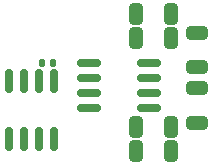
<source format=gbr>
%TF.GenerationSoftware,KiCad,Pcbnew,(6.0.7)*%
%TF.CreationDate,2024-01-02T21:25:37+08:00*%
%TF.ProjectId,stepper-motor-20,73746570-7065-4722-9d6d-6f746f722d32,1*%
%TF.SameCoordinates,PX6979f40PYa1135a0*%
%TF.FileFunction,Paste,Bot*%
%TF.FilePolarity,Positive*%
%FSLAX46Y46*%
G04 Gerber Fmt 4.6, Leading zero omitted, Abs format (unit mm)*
G04 Created by KiCad (PCBNEW (6.0.7)) date 2024-01-02 21:25:37*
%MOMM*%
%LPD*%
G01*
G04 APERTURE LIST*
G04 Aperture macros list*
%AMRoundRect*
0 Rectangle with rounded corners*
0 $1 Rounding radius*
0 $2 $3 $4 $5 $6 $7 $8 $9 X,Y pos of 4 corners*
0 Add a 4 corners polygon primitive as box body*
4,1,4,$2,$3,$4,$5,$6,$7,$8,$9,$2,$3,0*
0 Add four circle primitives for the rounded corners*
1,1,$1+$1,$2,$3*
1,1,$1+$1,$4,$5*
1,1,$1+$1,$6,$7*
1,1,$1+$1,$8,$9*
0 Add four rect primitives between the rounded corners*
20,1,$1+$1,$2,$3,$4,$5,0*
20,1,$1+$1,$4,$5,$6,$7,0*
20,1,$1+$1,$6,$7,$8,$9,0*
20,1,$1+$1,$8,$9,$2,$3,0*%
G04 Aperture macros list end*
%ADD10RoundRect,0.250000X-0.325000X-0.650000X0.325000X-0.650000X0.325000X0.650000X-0.325000X0.650000X0*%
%ADD11RoundRect,0.250000X-0.650000X0.325000X-0.650000X-0.325000X0.650000X-0.325000X0.650000X0.325000X0*%
%ADD12RoundRect,0.250000X0.650000X-0.325000X0.650000X0.325000X-0.650000X0.325000X-0.650000X-0.325000X0*%
%ADD13RoundRect,0.162500X-0.825000X-0.162500X0.825000X-0.162500X0.825000X0.162500X-0.825000X0.162500X0*%
%ADD14RoundRect,0.150000X0.150000X-0.825000X0.150000X0.825000X-0.150000X0.825000X-0.150000X-0.825000X0*%
%ADD15RoundRect,0.140000X0.140000X0.170000X-0.140000X0.170000X-0.140000X-0.170000X0.140000X-0.170000X0*%
G04 APERTURE END LIST*
D10*
%TO.C,C13*%
X11479000Y14020800D03*
X14429000Y14020800D03*
%TD*%
D11*
%TO.C,C14*%
X16662400Y9806200D03*
X16662400Y6856200D03*
%TD*%
D10*
%TO.C,C17*%
X11479000Y16052800D03*
X14429000Y16052800D03*
%TD*%
%TO.C,C18*%
X11479000Y4419600D03*
X14429000Y4419600D03*
%TD*%
D12*
%TO.C,C21*%
X16662400Y11529800D03*
X16662400Y14479800D03*
%TD*%
D10*
%TO.C,C22*%
X11479000Y6502400D03*
X14429000Y6502400D03*
%TD*%
D13*
%TO.C,U1*%
X7462500Y8095000D03*
X7462500Y9365000D03*
X7462500Y10635000D03*
X7462500Y11905000D03*
X12537500Y11905000D03*
X12537500Y10635000D03*
X12537500Y9365000D03*
X12537500Y8095000D03*
%TD*%
D14*
%TO.C,U6*%
X4495800Y5449800D03*
X3225800Y5449800D03*
X1955800Y5449800D03*
X685800Y5449800D03*
X685800Y10399800D03*
X1955800Y10399800D03*
X3225800Y10399800D03*
X4495800Y10399800D03*
%TD*%
D15*
%TO.C,C28*%
X4442400Y11938000D03*
X3482400Y11938000D03*
%TD*%
M02*

</source>
